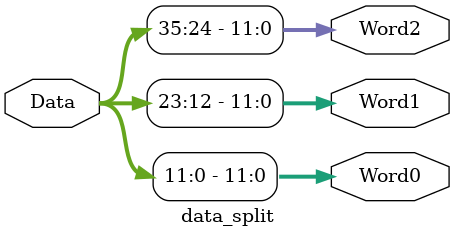
<source format=v>

`resetall
`timescale 1ns/10ps
module data_split( 
   Data, 
   Word0, 
   Word1, 
   Word2
);


// Internal Declarations

input   [35:0] Data;

output  [11:0] Word0;
output  [11:0] Word1;
output  [11:0] Word2;

wire [11:0] Word0;
wire [11:0] Word1;
wire [11:0] Word2;

assign Word0[11:0] = Data[11:0];
assign Word1[11:0] = Data[23:12];
assign Word2[11:0] = Data[35:24];

endmodule

</source>
